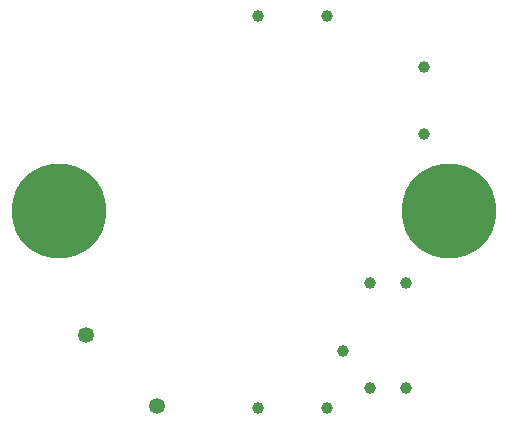
<source format=gtl>
G04*
G04 #@! TF.GenerationSoftware,Altium Limited,Altium Designer,20.1.8 (145)*
G04*
G04 Layer_Physical_Order=1*
G04 Layer_Color=255*
%FSTAX43Y43*%
%MOMM*%
G71*
G04*
G04 #@! TF.SameCoordinates,59881587-8D87-46A2-A81E-376F0E243C69*
G04*
G04*
G04 #@! TF.FilePolarity,Positive*
G04*
G01*
G75*
%ADD16C,1.350*%
%ADD17C,1.000*%
%ADD18C,8.000*%
D16*
X0091743Y0058504D02*
D03*
X0085755Y0064484D02*
D03*
D17*
X0114375Y0081525D02*
D03*
Y0087175D02*
D03*
X0100325Y0091525D02*
D03*
X0107475Y0063125D02*
D03*
X0112875Y0068888D02*
D03*
X0109825D02*
D03*
X0112875Y0060012D02*
D03*
X0109825D02*
D03*
X0106175Y0058325D02*
D03*
X0100325D02*
D03*
X0106175Y0091525D02*
D03*
D18*
X00835Y0075D02*
D03*
X01165D02*
D03*
M02*

</source>
